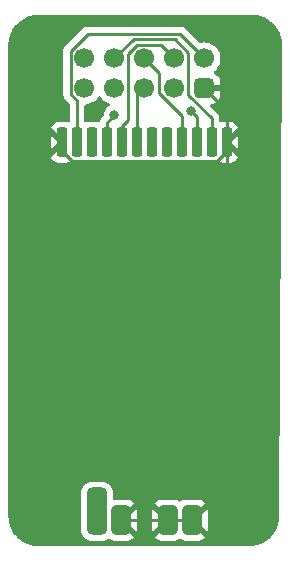
<source format=gbr>
%TF.GenerationSoftware,KiCad,Pcbnew,7.0.1-0*%
%TF.CreationDate,2023-08-23T15:06:01+02:00*%
%TF.ProjectId,ESP32SomfyPOE_rotated,45535033-3253-46f6-9d66-79504f455f72,rev?*%
%TF.SameCoordinates,Original*%
%TF.FileFunction,Copper,L1,Top*%
%TF.FilePolarity,Positive*%
%FSLAX46Y46*%
G04 Gerber Fmt 4.6, Leading zero omitted, Abs format (unit mm)*
G04 Created by KiCad (PCBNEW 7.0.1-0) date 2023-08-23 15:06:01*
%MOMM*%
%LPD*%
G01*
G04 APERTURE LIST*
G04 Aperture macros list*
%AMRoundRect*
0 Rectangle with rounded corners*
0 $1 Rounding radius*
0 $2 $3 $4 $5 $6 $7 $8 $9 X,Y pos of 4 corners*
0 Add a 4 corners polygon primitive as box body*
4,1,4,$2,$3,$4,$5,$6,$7,$8,$9,$2,$3,0*
0 Add four circle primitives for the rounded corners*
1,1,$1+$1,$2,$3*
1,1,$1+$1,$4,$5*
1,1,$1+$1,$6,$7*
1,1,$1+$1,$8,$9*
0 Add four rect primitives between the rounded corners*
20,1,$1+$1,$2,$3,$4,$5,0*
20,1,$1+$1,$4,$5,$6,$7,0*
20,1,$1+$1,$6,$7,$8,$9,0*
20,1,$1+$1,$8,$9,$2,$3,0*%
G04 Aperture macros list end*
%TA.AperFunction,SMDPad,CuDef*%
%ADD10RoundRect,0.225000X0.225000X1.025000X-0.225000X1.025000X-0.225000X-1.025000X0.225000X-1.025000X0*%
%TD*%
%TA.AperFunction,SMDPad,CuDef*%
%ADD11RoundRect,0.425000X0.425000X1.575000X-0.425000X1.575000X-0.425000X-1.575000X0.425000X-1.575000X0*%
%TD*%
%TA.AperFunction,SMDPad,CuDef*%
%ADD12RoundRect,0.425000X0.425000X0.825000X-0.425000X0.825000X-0.425000X-0.825000X0.425000X-0.825000X0*%
%TD*%
%TA.AperFunction,ComponentPad*%
%ADD13C,1.700000*%
%TD*%
%TA.AperFunction,ComponentPad*%
%ADD14RoundRect,0.425000X-0.425000X0.425000X-0.425000X-0.425000X0.425000X-0.425000X0.425000X0.425000X0*%
%TD*%
%TA.AperFunction,ViaPad*%
%ADD15C,0.800000*%
%TD*%
%TA.AperFunction,Conductor*%
%ADD16C,0.250000*%
%TD*%
G04 APERTURE END LIST*
D10*
%TO.P,E07-433M20S,1,GND*%
%TO.N,GND*%
X103505000Y-74168000D03*
%TO.P,E07-433M20S,2,MOSI*%
%TO.N,GPIO15*%
X102235000Y-74168000D03*
%TO.P,E07-433M20S,3,SCK*%
%TO.N,GPIO14*%
X100965000Y-74168000D03*
%TO.P,E07-433M20S,4,MISO*%
%TO.N,GPIO16*%
X99695000Y-74168000D03*
%TO.P,E07-433M20S,5,GDO2*%
%TO.N,unconnected-(U1-GDO2-Pad5)*%
X98425000Y-74168000D03*
%TO.P,E07-433M20S,6,GDO0*%
%TO.N,unconnected-(U1-GDO0-Pad6)*%
X97155000Y-74168000D03*
%TO.P,E07-433M20S,7,CSN*%
%TO.N,GPIO13*%
X95885000Y-74168000D03*
%TO.P,E07-433M20S,8,TX_EN*%
%TO.N,GPIO4*%
X94615000Y-74168000D03*
%TO.P,E07-433M20S,9,RX_EN*%
%TO.N,GPI36*%
X93345000Y-74168000D03*
%TO.P,E07-433M20S,10,NC*%
%TO.N,unconnected-(U1-NC-Pad10)*%
X92075000Y-74168000D03*
%TO.P,E07-433M20S,11,VCC*%
%TO.N,+3V3*%
X90805000Y-74168000D03*
%TO.P,E07-433M20S,12,GND*%
%TO.N,GND*%
X89535000Y-74168000D03*
D11*
%TO.P,E07-433M20S,13,ANT*%
%TO.N,unconnected-(U1-ANT-Pad13)*%
X92515000Y-105418000D03*
D12*
%TO.P,E07-433M20S,14,GND*%
%TO.N,GND*%
X94515000Y-106168000D03*
%TO.P,E07-433M20S,15,GND*%
X98515000Y-106168000D03*
%TO.P,E07-433M20S,16,GND*%
X100515000Y-106168000D03*
%TD*%
D13*
%TO.P,UEXT,1,3V3*%
%TO.N,+3V3*%
X101600000Y-67056000D03*
D14*
%TO.P,UEXT,2,GND*%
%TO.N,GND*%
X101600000Y-69596000D03*
D13*
%TO.P,UEXT,3,TXD*%
%TO.N,GPIO4*%
X99060000Y-67056000D03*
%TO.P,UEXT,4,RXD*%
%TO.N,GPI36*%
X99060000Y-69596000D03*
%TO.P,UEXT,5,SCL*%
%TO.N,GPIO16*%
X96520000Y-67056000D03*
%TO.P,UEXT,6,SDA*%
%TO.N,GPIO13*%
X96520000Y-69596000D03*
%TO.P,UEXT,7,MISO*%
%TO.N,GPIO15*%
X93980000Y-67056000D03*
%TO.P,UEXT,8,MOSI*%
%TO.N,GPIO2*%
X93980000Y-69596000D03*
%TO.P,UEXT,9,SCK*%
%TO.N,GPIO14*%
X91440000Y-67056000D03*
%TO.P,UEXT,10,~{SSEL}*%
%TO.N,GPIO5*%
X91440000Y-69596000D03*
%TD*%
D15*
%TO.N,GND*%
X89662000Y-78613000D03*
X88646000Y-101219000D03*
X89662000Y-92583000D03*
X89662000Y-102235000D03*
X88646000Y-77597000D03*
X88646000Y-78613000D03*
X88646000Y-91567000D03*
X88646000Y-102235000D03*
X88646000Y-92583000D03*
X91948000Y-71628000D03*
X89662000Y-91567000D03*
X89662000Y-101219000D03*
X89662000Y-77597000D03*
%TO.N,GPIO14*%
X100457000Y-71501000D03*
%TO.N,GPI36*%
X93980000Y-71882000D03*
%TD*%
D16*
%TO.N,GND*%
X94515000Y-106168000D02*
X98515000Y-106168000D01*
X100515000Y-106168000D02*
X98515000Y-106168000D01*
X103505000Y-74168000D02*
X103505000Y-71501000D01*
X89535000Y-74168000D02*
X89535000Y-74925817D01*
X103505000Y-71501000D02*
X101600000Y-69596000D01*
X90352183Y-75743000D02*
X102692000Y-75743000D01*
X102692000Y-75743000D02*
X103505000Y-74930000D01*
X89535000Y-74925817D02*
X90352183Y-75743000D01*
X103505000Y-74930000D02*
X103505000Y-74168000D01*
X100515000Y-106168000D02*
X103505000Y-103178000D01*
X103505000Y-103178000D02*
X103505000Y-74168000D01*
%TO.N,GPIO15*%
X102235000Y-74168000D02*
X102235000Y-72141660D01*
X95605000Y-65431000D02*
X93980000Y-67056000D01*
X102235000Y-72141660D02*
X100235000Y-70141660D01*
X100235000Y-66569299D02*
X99096701Y-65431000D01*
X99096701Y-65431000D02*
X95605000Y-65431000D01*
X100235000Y-70141660D02*
X100235000Y-66569299D01*
%TO.N,GPIO14*%
X100965000Y-74168000D02*
X100965000Y-72009000D01*
X100965000Y-72009000D02*
X100457000Y-71501000D01*
%TO.N,GPIO16*%
X99695000Y-71892701D02*
X97790000Y-69987701D01*
X97790000Y-69987701D02*
X97790000Y-68326000D01*
X97790000Y-68326000D02*
X96520000Y-67056000D01*
X99695000Y-74168000D02*
X99695000Y-71892701D01*
%TO.N,GPIO13*%
X95885000Y-74168000D02*
X95885000Y-70231000D01*
X95885000Y-70231000D02*
X96520000Y-69596000D01*
%TO.N,GPIO4*%
X95155000Y-72231000D02*
X94615000Y-72771000D01*
X97885000Y-65881000D02*
X95917000Y-65881000D01*
X95917000Y-65881000D02*
X95155000Y-66643000D01*
X94615000Y-72771000D02*
X94615000Y-74168000D01*
X99060000Y-67056000D02*
X97885000Y-65881000D01*
X95155000Y-66643000D02*
X95155000Y-72231000D01*
%TO.N,GPI36*%
X93345000Y-72517000D02*
X93980000Y-71882000D01*
X93345000Y-74168000D02*
X93345000Y-72517000D01*
%TO.N,+3V3*%
X90265000Y-70082701D02*
X90265000Y-66453000D01*
X91737000Y-64981000D02*
X99525000Y-64981000D01*
X90805000Y-74168000D02*
X90805000Y-70622701D01*
X90265000Y-66453000D02*
X91737000Y-64981000D01*
X90805000Y-70622701D02*
X90265000Y-70082701D01*
X99525000Y-64981000D02*
X101600000Y-67056000D01*
%TD*%
%TA.AperFunction,Conductor*%
%TO.N,GND*%
G36*
X92767257Y-70242975D02*
G01*
X92811573Y-70281839D01*
X92941505Y-70467401D01*
X93108599Y-70634495D01*
X93302170Y-70770035D01*
X93516337Y-70869903D01*
X93516340Y-70869904D01*
X93525144Y-70874009D01*
X93569375Y-70908689D01*
X93593751Y-70959334D01*
X93593265Y-71015538D01*
X93568015Y-71065754D01*
X93537069Y-71089164D01*
X93537813Y-71090188D01*
X93374129Y-71209110D01*
X93247466Y-71349783D01*
X93152820Y-71513715D01*
X93094326Y-71693742D01*
X93094325Y-71693744D01*
X93094326Y-71693744D01*
X93077216Y-71856544D01*
X93076679Y-71861649D01*
X93065279Y-71902070D01*
X93041039Y-71936368D01*
X92961208Y-72016199D01*
X92945110Y-72029096D01*
X92897096Y-72080225D01*
X92894391Y-72083017D01*
X92874874Y-72102534D01*
X92872415Y-72105705D01*
X92864842Y-72114572D01*
X92834935Y-72146420D01*
X92825285Y-72163974D01*
X92814609Y-72180228D01*
X92802326Y-72196063D01*
X92784975Y-72236158D01*
X92779838Y-72246644D01*
X92758802Y-72284907D01*
X92753821Y-72304309D01*
X92747520Y-72322711D01*
X92739561Y-72341102D01*
X92734829Y-72370980D01*
X92715357Y-72420621D01*
X92676837Y-72457495D01*
X92626392Y-72474782D01*
X92573352Y-72469285D01*
X92572724Y-72469077D01*
X92537772Y-72457495D01*
X92447707Y-72427650D01*
X92353239Y-72418000D01*
X92348344Y-72417500D01*
X91801655Y-72417500D01*
X91702292Y-72427650D01*
X91643749Y-72447050D01*
X91593501Y-72463700D01*
X91535637Y-72468551D01*
X91481907Y-72446524D01*
X91444097Y-72402450D01*
X91430500Y-72345994D01*
X91430500Y-71066115D01*
X91445355Y-71007265D01*
X91486361Y-70962514D01*
X91543693Y-70942587D01*
X91651508Y-70933154D01*
X91675408Y-70931063D01*
X91903663Y-70869903D01*
X92117830Y-70770035D01*
X92311401Y-70634495D01*
X92478495Y-70467401D01*
X92608426Y-70281839D01*
X92652743Y-70242975D01*
X92710000Y-70228964D01*
X92767257Y-70242975D01*
G37*
%TD.AperFunction*%
%TA.AperFunction,Conductor*%
G36*
X105642350Y-63353817D02*
G01*
X105646769Y-63354065D01*
X105754342Y-63360105D01*
X105924411Y-63370391D01*
X105937639Y-63371910D01*
X106070124Y-63394420D01*
X106071275Y-63394623D01*
X106217419Y-63421404D01*
X106229332Y-63424204D01*
X106362482Y-63462563D01*
X106364801Y-63463258D01*
X106502476Y-63506159D01*
X106512982Y-63509963D01*
X106642527Y-63563622D01*
X106645802Y-63565036D01*
X106775697Y-63623497D01*
X106784745Y-63628024D01*
X106840011Y-63658568D01*
X106908160Y-63696233D01*
X106912315Y-63698635D01*
X107033402Y-63771834D01*
X107040973Y-63776799D01*
X107156372Y-63858679D01*
X107161055Y-63862173D01*
X107272076Y-63949153D01*
X107278223Y-63954297D01*
X107327527Y-63998358D01*
X107383850Y-64048691D01*
X107388904Y-64053470D01*
X107488528Y-64153094D01*
X107493307Y-64158148D01*
X107587695Y-64263768D01*
X107592845Y-64269922D01*
X107679825Y-64380943D01*
X107683330Y-64385641D01*
X107734403Y-64457621D01*
X107765194Y-64501018D01*
X107770173Y-64508611D01*
X107803473Y-64563696D01*
X107843355Y-64629670D01*
X107845765Y-64633838D01*
X107913969Y-64757243D01*
X107918511Y-64766322D01*
X107976935Y-64896135D01*
X107978400Y-64899527D01*
X108032028Y-65028998D01*
X108035848Y-65039548D01*
X108078695Y-65177048D01*
X108079463Y-65179610D01*
X108084167Y-65195938D01*
X108117725Y-65312422D01*
X108117786Y-65312632D01*
X108120601Y-65324609D01*
X108147338Y-65470515D01*
X108147617Y-65472096D01*
X108170084Y-65604332D01*
X108171610Y-65617616D01*
X108181882Y-65787464D01*
X108181913Y-65787998D01*
X108188161Y-65899262D01*
X108188353Y-65907003D01*
X107934698Y-105751718D01*
X107934371Y-105753325D01*
X107934371Y-105799638D01*
X107934176Y-105806593D01*
X107927637Y-105922997D01*
X107927607Y-105923510D01*
X107917673Y-106088160D01*
X107916146Y-106101464D01*
X107892937Y-106238052D01*
X107892658Y-106239633D01*
X107866725Y-106381137D01*
X107863910Y-106393112D01*
X107824798Y-106528870D01*
X107824029Y-106531434D01*
X107782051Y-106666141D01*
X107778227Y-106676703D01*
X107723731Y-106808265D01*
X107722245Y-106811703D01*
X107664791Y-106939358D01*
X107660243Y-106948448D01*
X107591117Y-107073520D01*
X107588706Y-107077689D01*
X107516562Y-107197028D01*
X107511574Y-107204634D01*
X107428695Y-107321437D01*
X107425177Y-107326154D01*
X107339344Y-107435709D01*
X107334193Y-107441863D01*
X107238682Y-107548738D01*
X107233903Y-107553792D01*
X107135548Y-107652145D01*
X107130495Y-107656923D01*
X107023625Y-107752427D01*
X107017470Y-107757579D01*
X106907905Y-107843415D01*
X106903188Y-107846933D01*
X106786409Y-107929791D01*
X106778802Y-107934779D01*
X106659434Y-108006937D01*
X106655266Y-108009347D01*
X106530200Y-108078467D01*
X106521111Y-108083015D01*
X106393467Y-108140462D01*
X106390027Y-108141948D01*
X106258456Y-108196444D01*
X106247894Y-108200268D01*
X106113190Y-108242242D01*
X106110628Y-108243010D01*
X105974854Y-108282125D01*
X105962877Y-108284940D01*
X105821368Y-108310871D01*
X105819786Y-108311150D01*
X105683188Y-108334356D01*
X105669906Y-108335882D01*
X105512328Y-108345412D01*
X105511795Y-108345443D01*
X105387436Y-108352427D01*
X105380483Y-108352622D01*
X87553481Y-108352622D01*
X87546528Y-108352427D01*
X87436561Y-108346251D01*
X87436018Y-108346219D01*
X87264310Y-108335820D01*
X87251035Y-108334295D01*
X87120628Y-108312138D01*
X87119047Y-108311859D01*
X86971272Y-108284778D01*
X86959296Y-108281963D01*
X86827511Y-108243996D01*
X86824950Y-108243228D01*
X86686203Y-108199994D01*
X86675640Y-108196169D01*
X86547111Y-108142931D01*
X86543672Y-108141446D01*
X86412968Y-108082621D01*
X86403878Y-108078073D01*
X86281215Y-108010280D01*
X86277047Y-108007869D01*
X86155255Y-107934244D01*
X86147649Y-107929257D01*
X86120963Y-107910322D01*
X86032902Y-107847840D01*
X86028210Y-107844341D01*
X85930191Y-107767548D01*
X85916535Y-107756849D01*
X85910382Y-107751698D01*
X85805341Y-107657829D01*
X85800286Y-107653051D01*
X85700064Y-107552830D01*
X85695302Y-107547793D01*
X85601408Y-107442727D01*
X85596261Y-107436577D01*
X85510016Y-107326495D01*
X85508766Y-107324899D01*
X85505276Y-107320220D01*
X85423850Y-107205461D01*
X85418864Y-107197857D01*
X85383027Y-107138577D01*
X85345241Y-107076073D01*
X85342842Y-107071924D01*
X85335023Y-107057778D01*
X91164500Y-107057778D01*
X91165739Y-107073520D01*
X91170859Y-107138577D01*
X91221211Y-107326495D01*
X91221212Y-107326496D01*
X91309535Y-107499840D01*
X91431968Y-107651032D01*
X91583160Y-107773465D01*
X91756504Y-107861788D01*
X91944422Y-107912141D01*
X92025222Y-107918500D01*
X93004775Y-107918500D01*
X93004778Y-107918500D01*
X93085578Y-107912141D01*
X93273496Y-107861788D01*
X93446840Y-107773465D01*
X93446839Y-107773465D01*
X93458453Y-107767548D01*
X93459808Y-107770208D01*
X93487557Y-107756672D01*
X93543470Y-107756725D01*
X93570396Y-107769924D01*
X93571822Y-107767126D01*
X93756684Y-107861318D01*
X93944501Y-107911643D01*
X94025265Y-107918000D01*
X95004735Y-107918000D01*
X95085498Y-107911643D01*
X95273315Y-107861318D01*
X95446566Y-107773042D01*
X95597677Y-107650674D01*
X95618457Y-107625011D01*
X95618457Y-107625010D01*
X97411540Y-107625010D01*
X97432324Y-107650675D01*
X97583433Y-107773042D01*
X97756684Y-107861318D01*
X97944501Y-107911643D01*
X98025265Y-107918000D01*
X99004735Y-107918000D01*
X99085498Y-107911643D01*
X99273315Y-107861318D01*
X99458179Y-107767126D01*
X99459545Y-107769808D01*
X99486990Y-107756390D01*
X99542783Y-107756338D01*
X99570456Y-107769804D01*
X99571821Y-107767126D01*
X99756684Y-107861318D01*
X99944501Y-107911643D01*
X100025265Y-107918000D01*
X101004735Y-107918000D01*
X101085498Y-107911643D01*
X101273315Y-107861318D01*
X101446566Y-107773042D01*
X101597677Y-107650674D01*
X101618457Y-107625011D01*
X101618457Y-107625010D01*
X100249128Y-106255681D01*
X100217034Y-106200094D01*
X100217034Y-106168001D01*
X100868553Y-106168001D01*
X101854502Y-107153949D01*
X101854503Y-107153949D01*
X101858644Y-107138500D01*
X101865000Y-107057736D01*
X101865000Y-105278264D01*
X101858643Y-105197498D01*
X101854503Y-105182048D01*
X101854502Y-105182048D01*
X100868553Y-106168000D01*
X100868553Y-106168001D01*
X100217034Y-106168001D01*
X100217034Y-106135906D01*
X100249128Y-106080319D01*
X101618458Y-104710989D01*
X101618458Y-104710988D01*
X101597675Y-104685323D01*
X101446566Y-104562957D01*
X101273315Y-104474681D01*
X101085498Y-104424356D01*
X101004735Y-104418000D01*
X100025265Y-104418000D01*
X99944501Y-104424356D01*
X99756684Y-104474681D01*
X99571822Y-104568874D01*
X99570461Y-104566204D01*
X99542746Y-104579671D01*
X99487028Y-104579619D01*
X99459540Y-104566200D01*
X99458178Y-104568874D01*
X99273315Y-104474681D01*
X99085498Y-104424356D01*
X99004735Y-104418000D01*
X98025265Y-104418000D01*
X97944501Y-104424356D01*
X97756684Y-104474681D01*
X97583433Y-104562957D01*
X97432323Y-104685324D01*
X97411541Y-104710987D01*
X97411541Y-104710988D01*
X98780871Y-106080318D01*
X98812965Y-106135905D01*
X98812965Y-106200093D01*
X98780871Y-106255680D01*
X97411541Y-107625010D01*
X97411540Y-107625010D01*
X95618457Y-107625010D01*
X94249128Y-106255681D01*
X94217034Y-106200094D01*
X94217034Y-106168001D01*
X94868553Y-106168001D01*
X95854502Y-107153949D01*
X95854503Y-107153949D01*
X95858644Y-107138500D01*
X95865000Y-107057736D01*
X95865000Y-107057735D01*
X97165000Y-107057735D01*
X97171356Y-107138499D01*
X97175495Y-107153949D01*
X97175496Y-107153949D01*
X98161447Y-106168001D01*
X98161447Y-106168000D01*
X97175496Y-105182048D01*
X97171356Y-105197499D01*
X97165000Y-105278265D01*
X97165000Y-107057735D01*
X95865000Y-107057735D01*
X95865000Y-105278264D01*
X95858643Y-105197498D01*
X95854503Y-105182048D01*
X95854502Y-105182048D01*
X94868553Y-106168000D01*
X94868553Y-106168001D01*
X94217034Y-106168001D01*
X94217034Y-106135906D01*
X94249128Y-106080319D01*
X95618458Y-104710989D01*
X95618458Y-104710988D01*
X95597675Y-104685323D01*
X95446566Y-104562957D01*
X95273315Y-104474681D01*
X95085498Y-104424356D01*
X95004735Y-104418000D01*
X94025265Y-104418000D01*
X93999229Y-104420049D01*
X93933205Y-104406916D01*
X93883773Y-104361221D01*
X93865500Y-104296431D01*
X93865500Y-103778225D01*
X93865500Y-103778222D01*
X93859141Y-103697422D01*
X93808788Y-103509504D01*
X93720465Y-103336160D01*
X93598032Y-103184968D01*
X93446840Y-103062535D01*
X93273495Y-102974211D01*
X93135929Y-102937350D01*
X93085578Y-102923859D01*
X93004778Y-102917500D01*
X92025222Y-102917500D01*
X91944422Y-102923858D01*
X91944422Y-102923859D01*
X91756504Y-102974211D01*
X91583159Y-103062535D01*
X91431968Y-103184968D01*
X91309535Y-103336159D01*
X91221211Y-103509504D01*
X91170859Y-103697421D01*
X91170859Y-103697422D01*
X91164500Y-103778222D01*
X91164500Y-107057778D01*
X85335023Y-107057778D01*
X85335000Y-107057736D01*
X85275029Y-106949227D01*
X85270481Y-106940137D01*
X85270130Y-106939358D01*
X85211667Y-106809460D01*
X85210202Y-106806070D01*
X85156930Y-106677463D01*
X85153112Y-106666915D01*
X85109879Y-106528180D01*
X85109126Y-106525671D01*
X85071135Y-106393804D01*
X85068327Y-106381860D01*
X85041225Y-106233973D01*
X85040984Y-106232609D01*
X85018806Y-106102086D01*
X85017285Y-106088843D01*
X85006678Y-105913509D01*
X85006655Y-105913110D01*
X85000695Y-105806994D01*
X85000500Y-105800041D01*
X85000500Y-75431342D01*
X88625209Y-75431342D01*
X88648454Y-75501487D01*
X88737426Y-75645732D01*
X88857267Y-75765573D01*
X89001513Y-75854546D01*
X89162393Y-75907856D01*
X89261684Y-75917999D01*
X89808314Y-75917999D01*
X89907605Y-75907856D01*
X90068484Y-75854546D01*
X90104424Y-75832378D01*
X90169522Y-75813915D01*
X90234620Y-75832377D01*
X90271300Y-75855002D01*
X90271302Y-75855002D01*
X90271303Y-75855003D01*
X90432292Y-75908349D01*
X90531655Y-75918500D01*
X91078344Y-75918499D01*
X91177708Y-75908349D01*
X91338697Y-75855003D01*
X91374900Y-75832671D01*
X91439997Y-75814209D01*
X91505095Y-75832670D01*
X91522170Y-75843202D01*
X91541303Y-75855003D01*
X91702292Y-75908349D01*
X91801655Y-75918500D01*
X92348344Y-75918499D01*
X92447708Y-75908349D01*
X92608697Y-75855003D01*
X92644900Y-75832671D01*
X92709997Y-75814209D01*
X92775095Y-75832670D01*
X92792170Y-75843202D01*
X92811303Y-75855003D01*
X92972292Y-75908349D01*
X93071655Y-75918500D01*
X93618344Y-75918499D01*
X93717708Y-75908349D01*
X93878697Y-75855003D01*
X93914900Y-75832671D01*
X93979997Y-75814209D01*
X94045095Y-75832670D01*
X94062170Y-75843202D01*
X94081303Y-75855003D01*
X94242292Y-75908349D01*
X94341655Y-75918500D01*
X94888344Y-75918499D01*
X94987708Y-75908349D01*
X95148697Y-75855003D01*
X95184900Y-75832671D01*
X95249997Y-75814209D01*
X95315095Y-75832670D01*
X95332170Y-75843202D01*
X95351303Y-75855003D01*
X95512292Y-75908349D01*
X95611655Y-75918500D01*
X96158344Y-75918499D01*
X96257708Y-75908349D01*
X96418697Y-75855003D01*
X96454900Y-75832671D01*
X96519997Y-75814209D01*
X96585095Y-75832670D01*
X96602170Y-75843202D01*
X96621303Y-75855003D01*
X96782292Y-75908349D01*
X96881655Y-75918500D01*
X97428344Y-75918499D01*
X97527708Y-75908349D01*
X97688697Y-75855003D01*
X97724900Y-75832671D01*
X97789997Y-75814209D01*
X97855095Y-75832670D01*
X97872170Y-75843202D01*
X97891303Y-75855003D01*
X98052292Y-75908349D01*
X98151655Y-75918500D01*
X98698344Y-75918499D01*
X98797708Y-75908349D01*
X98958697Y-75855003D01*
X98994900Y-75832671D01*
X99059997Y-75814209D01*
X99125095Y-75832670D01*
X99142170Y-75843202D01*
X99161303Y-75855003D01*
X99322292Y-75908349D01*
X99421655Y-75918500D01*
X99968344Y-75918499D01*
X100067708Y-75908349D01*
X100228697Y-75855003D01*
X100264900Y-75832671D01*
X100329997Y-75814209D01*
X100395095Y-75832670D01*
X100412170Y-75843202D01*
X100431303Y-75855003D01*
X100592292Y-75908349D01*
X100691655Y-75918500D01*
X101238344Y-75918499D01*
X101337708Y-75908349D01*
X101498697Y-75855003D01*
X101534900Y-75832671D01*
X101599997Y-75814209D01*
X101665095Y-75832670D01*
X101682170Y-75843202D01*
X101701303Y-75855003D01*
X101862292Y-75908349D01*
X101961655Y-75918500D01*
X102508344Y-75918499D01*
X102607708Y-75908349D01*
X102768697Y-75855003D01*
X102805380Y-75832376D01*
X102870476Y-75813915D01*
X102935574Y-75832377D01*
X102971516Y-75854546D01*
X103132393Y-75907856D01*
X103231684Y-75917999D01*
X103778314Y-75917999D01*
X103877605Y-75907856D01*
X104038486Y-75854546D01*
X104182732Y-75765573D01*
X104302571Y-75645734D01*
X104391547Y-75501481D01*
X104414788Y-75431341D01*
X103239127Y-74255680D01*
X103207033Y-74200092D01*
X103207033Y-74168000D01*
X103858553Y-74168000D01*
X104454998Y-74764446D01*
X104454999Y-74764446D01*
X104454999Y-73571553D01*
X104454998Y-73571552D01*
X103858553Y-74168000D01*
X103207033Y-74168000D01*
X103207033Y-74135905D01*
X103239127Y-74080317D01*
X103505000Y-73814446D01*
X103505000Y-73814447D01*
X104414788Y-72904658D01*
X104414788Y-72904657D01*
X104391547Y-72834518D01*
X104302571Y-72690265D01*
X104182732Y-72570426D01*
X104038486Y-72481453D01*
X103877606Y-72428143D01*
X103778315Y-72418000D01*
X103231685Y-72418000D01*
X103132393Y-72428143D01*
X103023503Y-72464226D01*
X102965637Y-72469077D01*
X102911907Y-72447050D01*
X102874097Y-72402975D01*
X102860500Y-72346520D01*
X102860500Y-72224401D01*
X102862763Y-72203897D01*
X102862019Y-72180228D01*
X102860561Y-72133805D01*
X102860500Y-72129911D01*
X102860500Y-72102317D01*
X102860500Y-72102310D01*
X102859995Y-72098313D01*
X102859080Y-72086683D01*
X102858965Y-72083017D01*
X102857709Y-72043033D01*
X102852120Y-72023800D01*
X102848174Y-72004742D01*
X102845664Y-71984868D01*
X102829588Y-71944266D01*
X102825804Y-71933212D01*
X102813619Y-71891273D01*
X102813618Y-71891272D01*
X102813618Y-71891270D01*
X102803417Y-71874021D01*
X102794860Y-71856555D01*
X102787486Y-71837928D01*
X102761813Y-71802592D01*
X102755402Y-71792832D01*
X102733169Y-71755238D01*
X102719006Y-71741075D01*
X102706369Y-71726280D01*
X102694595Y-71710074D01*
X102694594Y-71710073D01*
X102660935Y-71682228D01*
X102652305Y-71674374D01*
X102122892Y-71144961D01*
X102090798Y-71089374D01*
X102090798Y-71025186D01*
X102122892Y-70969599D01*
X102178480Y-70937505D01*
X102358314Y-70889318D01*
X102531566Y-70801042D01*
X102682675Y-70678675D01*
X102805042Y-70527566D01*
X102893318Y-70354315D01*
X102943643Y-70166498D01*
X102950000Y-70085735D01*
X102950000Y-69846000D01*
X101474000Y-69846000D01*
X101412000Y-69829387D01*
X101366613Y-69784000D01*
X101350000Y-69722000D01*
X101350000Y-69470000D01*
X101366613Y-69408000D01*
X101412000Y-69362613D01*
X101474000Y-69346000D01*
X102950000Y-69346000D01*
X102950000Y-69106265D01*
X102943643Y-69025501D01*
X102893318Y-68837684D01*
X102805042Y-68664433D01*
X102682675Y-68513324D01*
X102531566Y-68390957D01*
X102435554Y-68342037D01*
X102388447Y-68299992D01*
X102368151Y-68240201D01*
X102379929Y-68178168D01*
X102420723Y-68129979D01*
X102471401Y-68094495D01*
X102638495Y-67927401D01*
X102774035Y-67733830D01*
X102873903Y-67519663D01*
X102935063Y-67291408D01*
X102955659Y-67056000D01*
X102935063Y-66820592D01*
X102873903Y-66592337D01*
X102774035Y-66378171D01*
X102638495Y-66184599D01*
X102471401Y-66017505D01*
X102277830Y-65881965D01*
X102063663Y-65782097D01*
X101980777Y-65759888D01*
X101835407Y-65720936D01*
X101600000Y-65700340D01*
X101364591Y-65720936D01*
X101264125Y-65747855D01*
X101199939Y-65747855D01*
X101144352Y-65715761D01*
X100025802Y-64597211D01*
X100012906Y-64581113D01*
X99961775Y-64533098D01*
X99958978Y-64530387D01*
X99939470Y-64510879D01*
X99936290Y-64508412D01*
X99927424Y-64500839D01*
X99895582Y-64470938D01*
X99878024Y-64461285D01*
X99861764Y-64450604D01*
X99845936Y-64438327D01*
X99805851Y-64420980D01*
X99795361Y-64415841D01*
X99757091Y-64394802D01*
X99737691Y-64389821D01*
X99719284Y-64383519D01*
X99700897Y-64375562D01*
X99657758Y-64368729D01*
X99646324Y-64366361D01*
X99604019Y-64355500D01*
X99583984Y-64355500D01*
X99564586Y-64353973D01*
X99557162Y-64352797D01*
X99544805Y-64350840D01*
X99544804Y-64350840D01*
X99518484Y-64353328D01*
X99501325Y-64354950D01*
X99489656Y-64355500D01*
X91819740Y-64355500D01*
X91799236Y-64353236D01*
X91729144Y-64355439D01*
X91725250Y-64355500D01*
X91697648Y-64355500D01*
X91693653Y-64356004D01*
X91682029Y-64356918D01*
X91638368Y-64358290D01*
X91619129Y-64363880D01*
X91600080Y-64367825D01*
X91580208Y-64370335D01*
X91539593Y-64386415D01*
X91528549Y-64390196D01*
X91486611Y-64402382D01*
X91469364Y-64412581D01*
X91451900Y-64421136D01*
X91433267Y-64428514D01*
X91397926Y-64454189D01*
X91388168Y-64460599D01*
X91350579Y-64482829D01*
X91336410Y-64496998D01*
X91321622Y-64509628D01*
X91305413Y-64521405D01*
X91277572Y-64555058D01*
X91269711Y-64563696D01*
X89881208Y-65952199D01*
X89865110Y-65965096D01*
X89817096Y-66016225D01*
X89814391Y-66019017D01*
X89794874Y-66038534D01*
X89792415Y-66041705D01*
X89784842Y-66050572D01*
X89754935Y-66082420D01*
X89745285Y-66099974D01*
X89734609Y-66116228D01*
X89722326Y-66132063D01*
X89704975Y-66172158D01*
X89699838Y-66182644D01*
X89678802Y-66220907D01*
X89673821Y-66240309D01*
X89667520Y-66258711D01*
X89659561Y-66277102D01*
X89652728Y-66320242D01*
X89650360Y-66331674D01*
X89639500Y-66373978D01*
X89639500Y-66394016D01*
X89637973Y-66413415D01*
X89634840Y-66433194D01*
X89638950Y-66476675D01*
X89639500Y-66488344D01*
X89639500Y-69999957D01*
X89637235Y-70020463D01*
X89639439Y-70090574D01*
X89639500Y-70094469D01*
X89639500Y-70122050D01*
X89640003Y-70126035D01*
X89640918Y-70137668D01*
X89642290Y-70181327D01*
X89647879Y-70200561D01*
X89651825Y-70219617D01*
X89654335Y-70239493D01*
X89670414Y-70280105D01*
X89674197Y-70291152D01*
X89686382Y-70333092D01*
X89696580Y-70350336D01*
X89705136Y-70367801D01*
X89712514Y-70386433D01*
X89712515Y-70386434D01*
X89738180Y-70421760D01*
X89744593Y-70431523D01*
X89766826Y-70469117D01*
X89766829Y-70469120D01*
X89766830Y-70469121D01*
X89780995Y-70483286D01*
X89793627Y-70498076D01*
X89805406Y-70514288D01*
X89839058Y-70542127D01*
X89847699Y-70549990D01*
X90143181Y-70845473D01*
X90170061Y-70885701D01*
X90179500Y-70933154D01*
X90179500Y-72346520D01*
X90165903Y-72402975D01*
X90128093Y-72447050D01*
X90074363Y-72469077D01*
X90016496Y-72464226D01*
X89907606Y-72428143D01*
X89808315Y-72418000D01*
X89261685Y-72418000D01*
X89162394Y-72428143D01*
X89001513Y-72481453D01*
X88857267Y-72570426D01*
X88737426Y-72690267D01*
X88648454Y-72834512D01*
X88625210Y-72904657D01*
X88625210Y-72904658D01*
X89535000Y-73814447D01*
X89800871Y-74080318D01*
X89832965Y-74135905D01*
X89832965Y-74200093D01*
X89800871Y-74255680D01*
X88625210Y-75431340D01*
X88625209Y-75431342D01*
X85000500Y-75431342D01*
X85000500Y-73571552D01*
X88585000Y-73571552D01*
X88585000Y-74764446D01*
X89181447Y-74168001D01*
X89181447Y-74168000D01*
X88585000Y-73571552D01*
X85000500Y-73571552D01*
X85000500Y-65906599D01*
X85000695Y-65899649D01*
X85003882Y-65842882D01*
X85006878Y-65789530D01*
X85017300Y-65617406D01*
X85018822Y-65604161D01*
X85041018Y-65473523D01*
X85041214Y-65472409D01*
X85068341Y-65324374D01*
X85071145Y-65312445D01*
X85109163Y-65180479D01*
X85109878Y-65178096D01*
X85153120Y-65039327D01*
X85156932Y-65028794D01*
X85210249Y-64900073D01*
X85211634Y-64896869D01*
X85270503Y-64766066D01*
X85275034Y-64757010D01*
X85342855Y-64634295D01*
X85345205Y-64630232D01*
X85418889Y-64508342D01*
X85423843Y-64500785D01*
X85505279Y-64386011D01*
X85508776Y-64381325D01*
X85596299Y-64269608D01*
X85601353Y-64263569D01*
X85695343Y-64158392D01*
X85700019Y-64153447D01*
X85800323Y-64053142D01*
X85805286Y-64048450D01*
X85910419Y-63954496D01*
X85916518Y-63949391D01*
X86028237Y-63861865D01*
X86032863Y-63858414D01*
X86147690Y-63776940D01*
X86155211Y-63772007D01*
X86277094Y-63698326D01*
X86281165Y-63695972D01*
X86403909Y-63628134D01*
X86412933Y-63623618D01*
X86543727Y-63564752D01*
X86547016Y-63563332D01*
X86675672Y-63510040D01*
X86686186Y-63506233D01*
X86825053Y-63462961D01*
X86827348Y-63462272D01*
X86959330Y-63424248D01*
X86971239Y-63421449D01*
X87119204Y-63394333D01*
X87120409Y-63394120D01*
X87251046Y-63371924D01*
X87264277Y-63370404D01*
X87439481Y-63359807D01*
X87439832Y-63359786D01*
X87546125Y-63353817D01*
X87553079Y-63353622D01*
X105635400Y-63353622D01*
X105642350Y-63353817D01*
G37*
%TD.AperFunction*%
%TD*%
M02*

</source>
